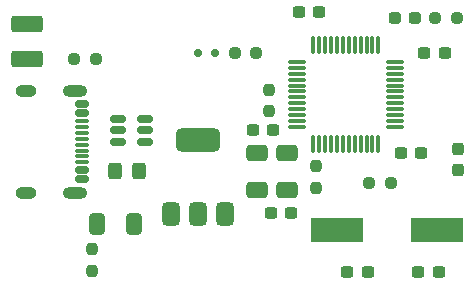
<source format=gtp>
G04 #@! TF.GenerationSoftware,KiCad,Pcbnew,8.0.3-8.0.3-0~ubuntu22.04.1*
G04 #@! TF.CreationDate,2025-02-10T22:12:32+01:00*
G04 #@! TF.ProjectId,garland_controller,6761726c-616e-4645-9f63-6f6e74726f6c,0.1*
G04 #@! TF.SameCoordinates,Original*
G04 #@! TF.FileFunction,Paste,Top*
G04 #@! TF.FilePolarity,Positive*
%FSLAX46Y46*%
G04 Gerber Fmt 4.6, Leading zero omitted, Abs format (unit mm)*
G04 Created by KiCad (PCBNEW 8.0.3-8.0.3-0~ubuntu22.04.1) date 2025-02-10 22:12:32*
%MOMM*%
%LPD*%
G01*
G04 APERTURE LIST*
G04 Aperture macros list*
%AMRoundRect*
0 Rectangle with rounded corners*
0 $1 Rounding radius*
0 $2 $3 $4 $5 $6 $7 $8 $9 X,Y pos of 4 corners*
0 Add a 4 corners polygon primitive as box body*
4,1,4,$2,$3,$4,$5,$6,$7,$8,$9,$2,$3,0*
0 Add four circle primitives for the rounded corners*
1,1,$1+$1,$2,$3*
1,1,$1+$1,$4,$5*
1,1,$1+$1,$6,$7*
1,1,$1+$1,$8,$9*
0 Add four rect primitives between the rounded corners*
20,1,$1+$1,$2,$3,$4,$5,0*
20,1,$1+$1,$4,$5,$6,$7,0*
20,1,$1+$1,$6,$7,$8,$9,0*
20,1,$1+$1,$8,$9,$2,$3,0*%
G04 Aperture macros list end*
%ADD10RoundRect,0.237500X0.237500X-0.250000X0.237500X0.250000X-0.237500X0.250000X-0.237500X-0.250000X0*%
%ADD11RoundRect,0.237500X0.287500X0.237500X-0.287500X0.237500X-0.287500X-0.237500X0.287500X-0.237500X0*%
%ADD12RoundRect,0.237500X-0.300000X-0.237500X0.300000X-0.237500X0.300000X0.237500X-0.300000X0.237500X0*%
%ADD13RoundRect,0.250000X-0.650000X0.412500X-0.650000X-0.412500X0.650000X-0.412500X0.650000X0.412500X0*%
%ADD14RoundRect,0.250001X1.074999X-0.462499X1.074999X0.462499X-1.074999X0.462499X-1.074999X-0.462499X0*%
%ADD15RoundRect,0.237500X0.250000X0.237500X-0.250000X0.237500X-0.250000X-0.237500X0.250000X-0.237500X0*%
%ADD16RoundRect,0.237500X0.300000X0.237500X-0.300000X0.237500X-0.300000X-0.237500X0.300000X-0.237500X0*%
%ADD17RoundRect,0.150000X-0.512500X-0.150000X0.512500X-0.150000X0.512500X0.150000X-0.512500X0.150000X0*%
%ADD18RoundRect,0.237500X-0.250000X-0.237500X0.250000X-0.237500X0.250000X0.237500X-0.250000X0.237500X0*%
%ADD19RoundRect,0.237500X-0.237500X0.250000X-0.237500X-0.250000X0.237500X-0.250000X0.237500X0.250000X0*%
%ADD20RoundRect,0.375000X0.375000X-0.625000X0.375000X0.625000X-0.375000X0.625000X-0.375000X-0.625000X0*%
%ADD21RoundRect,0.500000X1.400000X-0.500000X1.400000X0.500000X-1.400000X0.500000X-1.400000X-0.500000X0*%
%ADD22RoundRect,0.237500X0.237500X-0.300000X0.237500X0.300000X-0.237500X0.300000X-0.237500X-0.300000X0*%
%ADD23RoundRect,0.075000X0.075000X-0.662500X0.075000X0.662500X-0.075000X0.662500X-0.075000X-0.662500X0*%
%ADD24RoundRect,0.075000X0.662500X-0.075000X0.662500X0.075000X-0.662500X0.075000X-0.662500X-0.075000X0*%
%ADD25RoundRect,0.250000X0.412500X0.650000X-0.412500X0.650000X-0.412500X-0.650000X0.412500X-0.650000X0*%
%ADD26RoundRect,0.150000X-0.425000X0.150000X-0.425000X-0.150000X0.425000X-0.150000X0.425000X0.150000X0*%
%ADD27RoundRect,0.075000X-0.500000X0.075000X-0.500000X-0.075000X0.500000X-0.075000X0.500000X0.075000X0*%
%ADD28O,2.100000X1.000000*%
%ADD29O,1.800000X1.000000*%
%ADD30R,4.500000X2.000000*%
%ADD31RoundRect,0.250000X-0.325000X-0.450000X0.325000X-0.450000X0.325000X0.450000X-0.325000X0.450000X0*%
%ADD32RoundRect,0.150000X-0.150000X-0.200000X0.150000X-0.200000X0.150000X0.200000X-0.150000X0.200000X0*%
G04 APERTURE END LIST*
D10*
X122500000Y-64912500D03*
X122500000Y-63087500D03*
D11*
X134875000Y-57000000D03*
X133125000Y-57000000D03*
D12*
X125000000Y-56500000D03*
X126725000Y-56500000D03*
D13*
X124000000Y-68437500D03*
X124000000Y-71562500D03*
D14*
X102000000Y-60487500D03*
X102000000Y-57512500D03*
D15*
X107825000Y-60500000D03*
X106000000Y-60500000D03*
D16*
X136862500Y-78500000D03*
X135137500Y-78500000D03*
D17*
X109725000Y-65600000D03*
X109725000Y-66550000D03*
X109725000Y-67500000D03*
X112000000Y-67500000D03*
X112000000Y-66550000D03*
X112000000Y-65600000D03*
D18*
X131000000Y-71000000D03*
X132825000Y-71000000D03*
D19*
X126500000Y-69587500D03*
X126500000Y-71412500D03*
D12*
X129137500Y-78500000D03*
X130862500Y-78500000D03*
D16*
X122862500Y-66500000D03*
X121137500Y-66500000D03*
X124362500Y-73500000D03*
X122637500Y-73500000D03*
D12*
X135637500Y-60000000D03*
X137362500Y-60000000D03*
D19*
X107500000Y-76587500D03*
X107500000Y-78412500D03*
D20*
X114200000Y-73650000D03*
X116500000Y-73650000D03*
D21*
X116500000Y-67350000D03*
D20*
X118800000Y-73650000D03*
D22*
X138500000Y-69862500D03*
X138500000Y-68137500D03*
D23*
X126250000Y-67662500D03*
X126750000Y-67662500D03*
X127250000Y-67662500D03*
X127750000Y-67662500D03*
X128250000Y-67662500D03*
X128750000Y-67662500D03*
X129250000Y-67662500D03*
X129750000Y-67662500D03*
X130250000Y-67662500D03*
X130750000Y-67662500D03*
X131250000Y-67662500D03*
X131750000Y-67662500D03*
D24*
X133162500Y-66250000D03*
X133162500Y-65750000D03*
X133162500Y-65250000D03*
X133162500Y-64750000D03*
X133162500Y-64250000D03*
X133162500Y-63750000D03*
X133162500Y-63250000D03*
X133162500Y-62750000D03*
X133162500Y-62250000D03*
X133162500Y-61750000D03*
X133162500Y-61250000D03*
X133162500Y-60750000D03*
D23*
X131750000Y-59337500D03*
X131250000Y-59337500D03*
X130750000Y-59337500D03*
X130250000Y-59337500D03*
X129750000Y-59337500D03*
X129250000Y-59337500D03*
X128750000Y-59337500D03*
X128250000Y-59337500D03*
X127750000Y-59337500D03*
X127250000Y-59337500D03*
X126750000Y-59337500D03*
X126250000Y-59337500D03*
D24*
X124837500Y-60750000D03*
X124837500Y-61250000D03*
X124837500Y-61750000D03*
X124837500Y-62250000D03*
X124837500Y-62750000D03*
X124837500Y-63250000D03*
X124837500Y-63750000D03*
X124837500Y-64250000D03*
X124837500Y-64750000D03*
X124837500Y-65250000D03*
X124837500Y-65750000D03*
X124837500Y-66250000D03*
D25*
X111062500Y-74500000D03*
X107937500Y-74500000D03*
D26*
X106680000Y-64300000D03*
X106680000Y-65100000D03*
D27*
X106680000Y-66250000D03*
X106680000Y-67250000D03*
X106680000Y-67750000D03*
X106680000Y-68750000D03*
D26*
X106680000Y-69900000D03*
X106680000Y-70700000D03*
X106680000Y-70700000D03*
X106680000Y-69900000D03*
D27*
X106680000Y-69250000D03*
X106680000Y-68250000D03*
X106680000Y-66750000D03*
X106680000Y-65750000D03*
D26*
X106680000Y-65100000D03*
X106680000Y-64300000D03*
D28*
X106105000Y-63180000D03*
D29*
X101925000Y-63180000D03*
D28*
X106105000Y-71820000D03*
D29*
X101925000Y-71820000D03*
D18*
X136587500Y-57000000D03*
X138412500Y-57000000D03*
D12*
X133637500Y-68500000D03*
X135362500Y-68500000D03*
D30*
X136750000Y-75000000D03*
X128250000Y-75000000D03*
D13*
X121500000Y-68437500D03*
X121500000Y-71562500D03*
D15*
X121412500Y-60000000D03*
X119587500Y-60000000D03*
D31*
X109475000Y-70000000D03*
X111525000Y-70000000D03*
D32*
X117900000Y-60000000D03*
X116500000Y-60000000D03*
M02*

</source>
